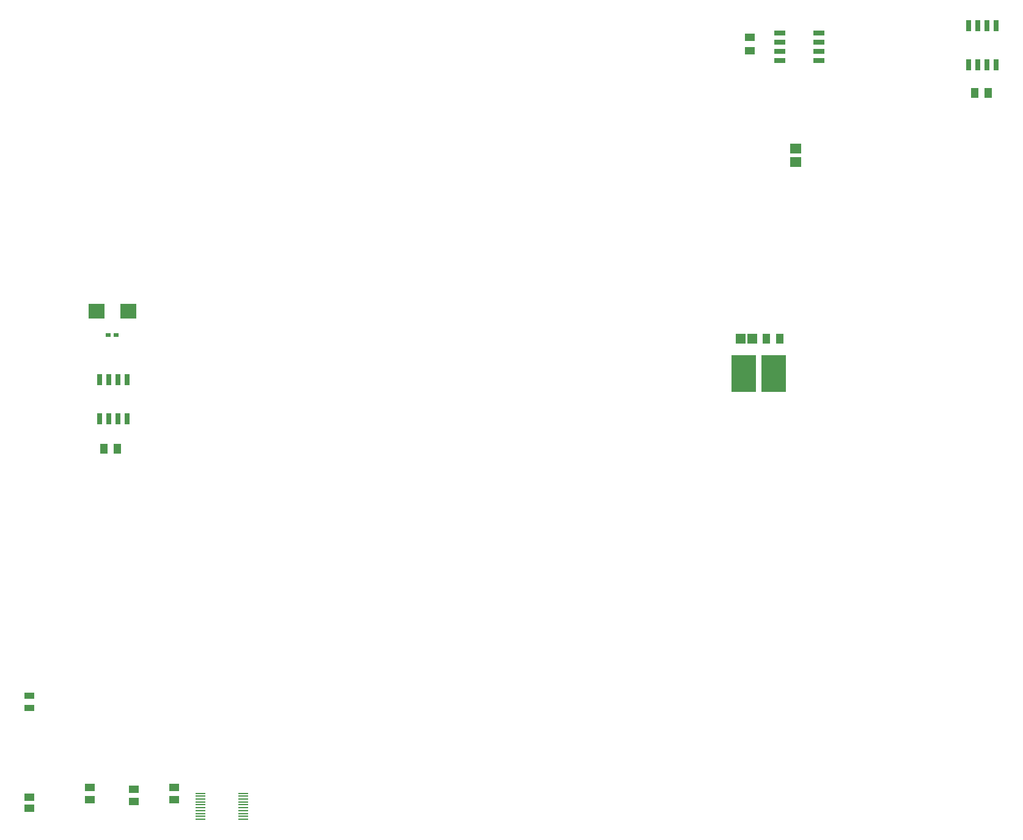
<source format=gtp>
G04*
G04 #@! TF.GenerationSoftware,Altium Limited,Altium Designer,21.2.2 (38)*
G04*
G04 Layer_Color=8421504*
%FSLAX25Y25*%
%MOIN*%
G70*
G04*
G04 #@! TF.SameCoordinates,9089D698-1931-4360-AEFD-B440DD5BBD6E*
G04*
G04*
G04 #@! TF.FilePolarity,Positive*
G04*
G01*
G75*
%ADD16R,0.05807X0.00787*%
%ADD17R,0.04134X0.05709*%
%ADD18R,0.05315X0.05709*%
%ADD19R,0.05709X0.04134*%
%ADD20R,0.02559X0.06004*%
%ADD21R,0.06004X0.02559*%
%ADD22R,0.13780X0.20079*%
%ADD23R,0.05906X0.05512*%
%ADD24R,0.05512X0.04331*%
%ADD25R,0.02953X0.02362*%
%ADD26R,0.08661X0.08465*%
%ADD27R,0.05315X0.03937*%
%ADD28R,0.05315X0.03347*%
D16*
X112433Y51913D02*
D03*
Y53488D02*
D03*
Y55063D02*
D03*
Y56638D02*
D03*
Y58213D02*
D03*
Y59787D02*
D03*
Y61362D02*
D03*
Y62937D02*
D03*
Y64512D02*
D03*
Y66087D02*
D03*
X135567D02*
D03*
Y64512D02*
D03*
Y62937D02*
D03*
Y61362D02*
D03*
Y59787D02*
D03*
Y58213D02*
D03*
Y56638D02*
D03*
Y55063D02*
D03*
Y53488D02*
D03*
Y51913D02*
D03*
D17*
X67000Y254000D02*
D03*
X59716D02*
D03*
X421000Y314000D02*
D03*
X428284D02*
D03*
X534717Y448000D02*
D03*
X542000D02*
D03*
D18*
X407000Y314000D02*
D03*
X413496D02*
D03*
D19*
X412000Y471000D02*
D03*
Y478284D02*
D03*
D20*
X546500Y463323D02*
D03*
X541500D02*
D03*
X536500D02*
D03*
X531500D02*
D03*
Y484677D02*
D03*
X536500D02*
D03*
X541500D02*
D03*
X546500D02*
D03*
X57500Y291677D02*
D03*
X62500D02*
D03*
X67500D02*
D03*
X72500D02*
D03*
Y270323D02*
D03*
X67500D02*
D03*
X62500D02*
D03*
X57500D02*
D03*
D21*
X428323Y465500D02*
D03*
Y470500D02*
D03*
Y475500D02*
D03*
Y480500D02*
D03*
X449677D02*
D03*
Y475500D02*
D03*
Y470500D02*
D03*
Y465500D02*
D03*
D22*
X408819Y295000D02*
D03*
X425000D02*
D03*
D23*
X437000Y410260D02*
D03*
Y417740D02*
D03*
D24*
X52000Y69445D02*
D03*
Y62555D02*
D03*
X76000Y61555D02*
D03*
Y68445D02*
D03*
X98000Y62555D02*
D03*
Y69445D02*
D03*
D25*
X66331Y316000D02*
D03*
X62000D02*
D03*
D26*
X55677Y329000D02*
D03*
X73000D02*
D03*
D27*
X19000Y58047D02*
D03*
Y63953D02*
D03*
D28*
Y112752D02*
D03*
Y119248D02*
D03*
M02*

</source>
